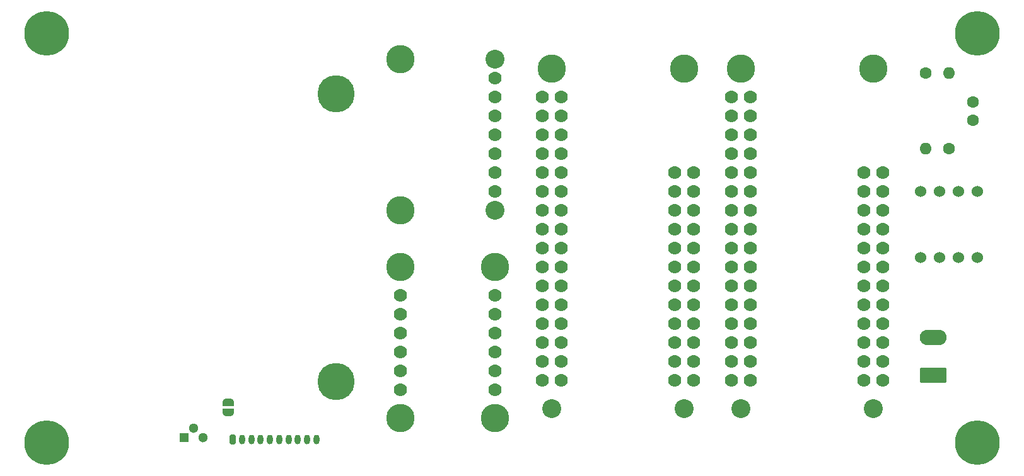
<source format=gbs>
G04 #@! TF.GenerationSoftware,KiCad,Pcbnew,8.0.0*
G04 #@! TF.CreationDate,2024-04-24T13:51:03+02:00*
G04 #@! TF.ProjectId,Cryologger ITB,4372796f-6c6f-4676-9765-72204954422e,v3.2*
G04 #@! TF.SameCoordinates,Original*
G04 #@! TF.FileFunction,Soldermask,Bot*
G04 #@! TF.FilePolarity,Negative*
%FSLAX46Y46*%
G04 Gerber Fmt 4.6, Leading zero omitted, Abs format (unit mm)*
G04 Created by KiCad (PCBNEW 8.0.0) date 2024-04-24 13:51:03*
%MOMM*%
%LPD*%
G01*
G04 APERTURE LIST*
G04 Aperture macros list*
%AMRoundRect*
0 Rectangle with rounded corners*
0 $1 Rounding radius*
0 $2 $3 $4 $5 $6 $7 $8 $9 X,Y pos of 4 corners*
0 Add a 4 corners polygon primitive as box body*
4,1,4,$2,$3,$4,$5,$6,$7,$8,$9,$2,$3,0*
0 Add four circle primitives for the rounded corners*
1,1,$1+$1,$2,$3*
1,1,$1+$1,$4,$5*
1,1,$1+$1,$6,$7*
1,1,$1+$1,$8,$9*
0 Add four rect primitives between the rounded corners*
20,1,$1+$1,$2,$3,$4,$5,0*
20,1,$1+$1,$4,$5,$6,$7,0*
20,1,$1+$1,$6,$7,$8,$9,0*
20,1,$1+$1,$8,$9,$2,$3,0*%
%AMFreePoly0*
4,1,19,0.500000,-0.750000,0.000000,-0.750000,0.000000,-0.744911,-0.071157,-0.744911,-0.207708,-0.704816,-0.327430,-0.627875,-0.420627,-0.520320,-0.479746,-0.390866,-0.500000,-0.250000,-0.500000,0.250000,-0.479746,0.390866,-0.420627,0.520320,-0.327430,0.627875,-0.207708,0.704816,-0.071157,0.744911,0.000000,0.744911,0.000000,0.750000,0.500000,0.750000,0.500000,-0.750000,0.500000,-0.750000,
$1*%
%AMFreePoly1*
4,1,19,0.000000,0.744911,0.071157,0.744911,0.207708,0.704816,0.327430,0.627875,0.420627,0.520320,0.479746,0.390866,0.500000,0.250000,0.500000,-0.250000,0.479746,-0.390866,0.420627,-0.520320,0.327430,-0.627875,0.207708,-0.704816,0.071157,-0.744911,0.000000,-0.744911,0.000000,-0.750000,-0.500000,-0.750000,-0.500000,0.750000,0.000000,0.750000,0.000000,0.744911,0.000000,0.744911,
$1*%
G04 Aperture macros list end*
%ADD10C,3.810000*%
%ADD11C,1.778000*%
%ADD12C,6.000000*%
%ADD13C,4.999990*%
%ADD14RoundRect,0.200000X-0.200000X-0.450000X0.200000X-0.450000X0.200000X0.450000X-0.200000X0.450000X0*%
%ADD15O,0.800000X1.300000*%
%ADD16RoundRect,0.249999X1.550001X-0.790001X1.550001X0.790001X-1.550001X0.790001X-1.550001X-0.790001X0*%
%ADD17O,3.600000X2.080000*%
%ADD18C,1.524000*%
%ADD19C,1.600000*%
%ADD20O,1.600000X1.600000*%
%ADD21R,1.300000X1.300000*%
%ADD22C,1.300000*%
%ADD23C,2.540000*%
%ADD24FreePoly0,90.000000*%
%ADD25FreePoly1,90.000000*%
G04 APERTURE END LIST*
D10*
X134620000Y-99400000D03*
D11*
X134620000Y-103210000D03*
X134620000Y-105750000D03*
X134620000Y-108290000D03*
X134620000Y-110830000D03*
X134620000Y-113370000D03*
X134620000Y-115910000D03*
D10*
X134620000Y-119720000D03*
X147320000Y-99400000D03*
X147320000Y-119720000D03*
D11*
X147320000Y-115910000D03*
X147320000Y-113370000D03*
X147320000Y-110830000D03*
X147320000Y-108290000D03*
X147320000Y-105750000D03*
X147320000Y-103210000D03*
D12*
X87090000Y-68000000D03*
X212090000Y-123000000D03*
X212090000Y-68000000D03*
X87090000Y-123000000D03*
D13*
X125940000Y-76150000D03*
X125940000Y-114850000D03*
D14*
X112068000Y-122610000D03*
D15*
X113318000Y-122610000D03*
X114568000Y-122610000D03*
X115818000Y-122610000D03*
X117068000Y-122610000D03*
X118318000Y-122610000D03*
X119568000Y-122610000D03*
X120818000Y-122610000D03*
X122068000Y-122610000D03*
X123318000Y-122610000D03*
D16*
X206090000Y-114000000D03*
D17*
X206090000Y-108920000D03*
D18*
X204470000Y-89240000D03*
X207010000Y-89240000D03*
X209550000Y-89240000D03*
X212090000Y-89240000D03*
D19*
X208280000Y-83525000D03*
D20*
X208280000Y-73365000D03*
D18*
X204470000Y-98130000D03*
X207010000Y-98130000D03*
X209550000Y-98130000D03*
X212090000Y-98130000D03*
D21*
X105538000Y-122356000D03*
D22*
X106808000Y-121086000D03*
X108078000Y-122356000D03*
D19*
X205105000Y-73365000D03*
D20*
X205105000Y-83525000D03*
D10*
X154940000Y-72730000D03*
D23*
X154940000Y-118450000D03*
D10*
X172720000Y-72730000D03*
D23*
X172720000Y-118450000D03*
D11*
X153670000Y-76540000D03*
X156210000Y-76540000D03*
X153670000Y-79080000D03*
X156210000Y-79080000D03*
X153670000Y-81620000D03*
X156210000Y-81620000D03*
X153670000Y-84160000D03*
X156210000Y-84160000D03*
X153670000Y-86700000D03*
X156210000Y-86700000D03*
X153670000Y-89240000D03*
X156210000Y-89240000D03*
X153670000Y-91780000D03*
X156210000Y-91780000D03*
X153670000Y-94320000D03*
X156210000Y-94320000D03*
X153670000Y-96860000D03*
X156210000Y-96860000D03*
X153670000Y-99400000D03*
X156210000Y-99400000D03*
X153670000Y-101940000D03*
X156210000Y-101940000D03*
X153670000Y-104480000D03*
X156210000Y-104480000D03*
X153670000Y-107020000D03*
X156210000Y-107020000D03*
X153670000Y-109560000D03*
X156210000Y-109560000D03*
X153670000Y-112100000D03*
X156210000Y-112100000D03*
X153670000Y-114640000D03*
X156210000Y-114640000D03*
X171450000Y-114640000D03*
X173990000Y-114640000D03*
X171450000Y-112100000D03*
X173990000Y-112100000D03*
X171450000Y-109560000D03*
X173990000Y-109560000D03*
X171450000Y-107020000D03*
X173990000Y-107020000D03*
X171450000Y-104480000D03*
X173990000Y-104480000D03*
X171450000Y-101940000D03*
X173990000Y-101940000D03*
X171450000Y-99400000D03*
X173990000Y-99400000D03*
X171450000Y-96860000D03*
X173990000Y-96860000D03*
X171450000Y-94320000D03*
X173990000Y-94320000D03*
X171450000Y-91780000D03*
X173990000Y-91780000D03*
X171450000Y-89240000D03*
X173990000Y-89240000D03*
X171450000Y-86700000D03*
X173990000Y-86700000D03*
D10*
X134620000Y-71460000D03*
X134620000Y-91780000D03*
D23*
X147320000Y-71460000D03*
X147320000Y-91780000D03*
D11*
X147320000Y-89240000D03*
X147320000Y-86700000D03*
X147320000Y-84160000D03*
X147320000Y-81620000D03*
X147320000Y-79080000D03*
X147320000Y-76540000D03*
X147320000Y-74000000D03*
D19*
X211455000Y-77215000D03*
X211455000Y-79715000D03*
D10*
X180340000Y-72730000D03*
D23*
X180340000Y-118450000D03*
D10*
X198120000Y-72730000D03*
D23*
X198120000Y-118450000D03*
D11*
X179070000Y-76540000D03*
X181610000Y-76540000D03*
X179070000Y-79080000D03*
X181610000Y-79080000D03*
X179070000Y-81620000D03*
X181610000Y-81620000D03*
X179070000Y-84160000D03*
X181610000Y-84160000D03*
X179070000Y-86700000D03*
X181610000Y-86700000D03*
X179070000Y-89240000D03*
X181610000Y-89240000D03*
X179070000Y-91780000D03*
X181610000Y-91780000D03*
X179070000Y-94320000D03*
X181610000Y-94320000D03*
X179070000Y-96860000D03*
X181610000Y-96860000D03*
X179070000Y-99400000D03*
X181610000Y-99400000D03*
X179070000Y-101940000D03*
X181610000Y-101940000D03*
X179070000Y-104480000D03*
X181610000Y-104480000D03*
X179070000Y-107020000D03*
X181610000Y-107020000D03*
X179070000Y-109560000D03*
X181610000Y-109560000D03*
X179070000Y-112100000D03*
X181610000Y-112100000D03*
X179070000Y-114640000D03*
X181610000Y-114640000D03*
X196850000Y-114640000D03*
X199390000Y-114640000D03*
X196850000Y-112100000D03*
X199390000Y-112100000D03*
X196850000Y-109560000D03*
X199390000Y-109560000D03*
X196850000Y-107020000D03*
X199390000Y-107020000D03*
X196850000Y-104480000D03*
X199390000Y-104480000D03*
X196850000Y-101940000D03*
X199390000Y-101940000D03*
X196850000Y-99400000D03*
X199390000Y-99400000D03*
X196850000Y-96860000D03*
X199390000Y-96860000D03*
X196850000Y-94320000D03*
X199390000Y-94320000D03*
X196850000Y-91780000D03*
X199390000Y-91780000D03*
X196850000Y-89240000D03*
X199390000Y-89240000D03*
X196850000Y-86700000D03*
X199390000Y-86700000D03*
D24*
X111492000Y-118942000D03*
D25*
X111492000Y-117642000D03*
M02*

</source>
